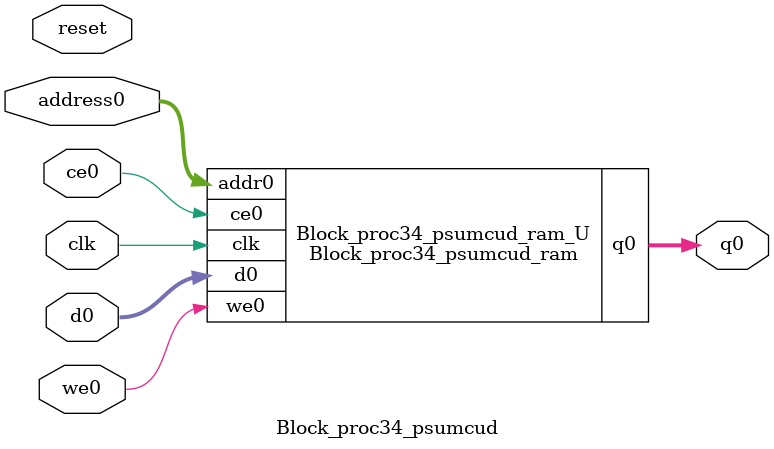
<source format=v>
`timescale 1 ns / 1 ps
module Block_proc34_psumcud_ram (addr0, ce0, d0, we0, q0,  clk);

parameter DWIDTH = 16;
parameter AWIDTH = 16;
parameter MEM_SIZE = 65536;

input[AWIDTH-1:0] addr0;
input ce0;
input[DWIDTH-1:0] d0;
input we0;
output reg[DWIDTH-1:0] q0;
input clk;

(* ram_style = "block" *)reg [DWIDTH-1:0] ram[0:MEM_SIZE-1];




always @(posedge clk)  
begin 
    if (ce0) begin
        if (we0) 
            ram[addr0] <= d0; 
        q0 <= ram[addr0];
    end
end


endmodule

`timescale 1 ns / 1 ps
module Block_proc34_psumcud(
    reset,
    clk,
    address0,
    ce0,
    we0,
    d0,
    q0);

parameter DataWidth = 32'd16;
parameter AddressRange = 32'd65536;
parameter AddressWidth = 32'd16;
input reset;
input clk;
input[AddressWidth - 1:0] address0;
input ce0;
input we0;
input[DataWidth - 1:0] d0;
output[DataWidth - 1:0] q0;



Block_proc34_psumcud_ram Block_proc34_psumcud_ram_U(
    .clk( clk ),
    .addr0( address0 ),
    .ce0( ce0 ),
    .we0( we0 ),
    .d0( d0 ),
    .q0( q0 ));

endmodule


</source>
